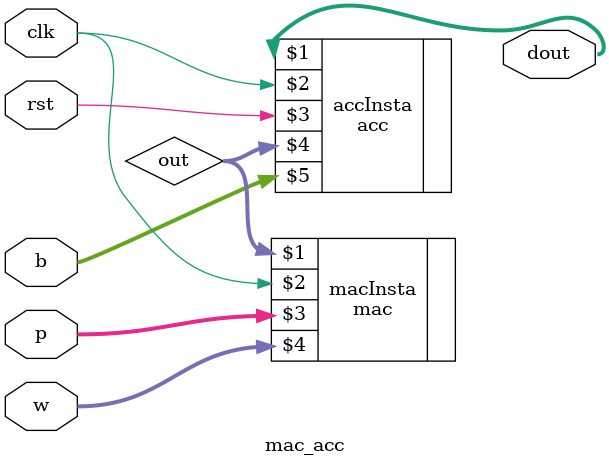
<source format=v>
`timescale 1ns / 1ps


module mac_acc(
clk, rst, p,w,b,dout
    );
    input clk, rst;
    output [21:0] dout;
    input [7:0] b;
    input [127:0] p;
    input [127:0] w;
    
    wire [19:0]out;
    
    mac macInsta(out, clk, p,w);
    acc accInsta(dout, clk, rst, out, b);
    
    
endmodule

</source>
